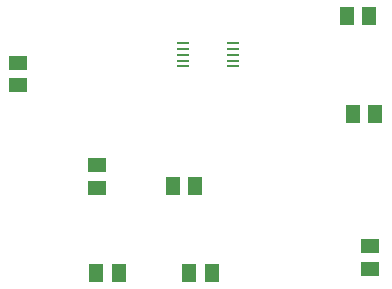
<source format=gbr>
G04 EAGLE Gerber RS-274X export*
G75*
%MOMM*%
%FSLAX34Y34*%
%LPD*%
%INSolderpaste Bottom*%
%IPPOS*%
%AMOC8*
5,1,8,0,0,1.08239X$1,22.5*%
G01*
%ADD10R,1.300000X1.500000*%
%ADD11R,1.500000X1.300000*%
%ADD12R,1.000000X0.250000*%


D10*
X421400Y326000D03*
X440400Y326000D03*
X454300Y251700D03*
X435300Y251700D03*
D11*
X587900Y255700D03*
X587900Y274700D03*
D10*
X375400Y251700D03*
X356400Y251700D03*
X592400Y386400D03*
X573400Y386400D03*
X587400Y469500D03*
X568400Y469500D03*
D11*
X357000Y343200D03*
X357000Y324200D03*
X290300Y411100D03*
X290300Y430100D03*
D12*
X429769Y426800D03*
X429769Y431800D03*
X429769Y436800D03*
X429769Y441800D03*
X429769Y446800D03*
X472031Y446800D03*
X472031Y441800D03*
X472031Y436800D03*
X472031Y431800D03*
X472031Y426800D03*
M02*

</source>
